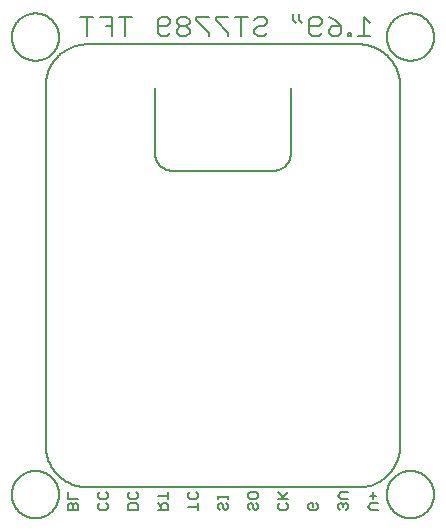
<source format=gbr>
G04 EAGLE Gerber RS-274X export*
G75*
%MOMM*%
%FSLAX34Y34*%
%LPD*%
%INSilkscreen Bottom*%
%IPPOS*%
%AMOC8*
5,1,8,0,0,1.08239X$1,22.5*%
G01*
%ADD10C,0.152400*%
%ADD11C,0.203200*%


D10*
X290075Y31242D02*
X284313Y31242D01*
X281432Y34123D01*
X284313Y37004D01*
X290075Y37004D01*
X285754Y40597D02*
X285754Y46359D01*
X288635Y43478D02*
X282873Y43478D01*
X264675Y32683D02*
X263235Y31242D01*
X264675Y32683D02*
X264675Y35564D01*
X263235Y37004D01*
X261794Y37004D01*
X260354Y35564D01*
X260354Y34123D01*
X260354Y35564D02*
X258913Y37004D01*
X257473Y37004D01*
X256032Y35564D01*
X256032Y32683D01*
X257473Y31242D01*
X258913Y40597D02*
X264675Y40597D01*
X258913Y40597D02*
X256032Y43478D01*
X258913Y46359D01*
X264675Y46359D01*
X239275Y35564D02*
X237835Y37004D01*
X239275Y35564D02*
X239275Y32683D01*
X237835Y31242D01*
X232073Y31242D01*
X230632Y32683D01*
X230632Y35564D01*
X232073Y37004D01*
X234954Y37004D01*
X234954Y34123D01*
X213875Y35564D02*
X212435Y37004D01*
X213875Y35564D02*
X213875Y32683D01*
X212435Y31242D01*
X206673Y31242D01*
X205232Y32683D01*
X205232Y35564D01*
X206673Y37004D01*
X205232Y40597D02*
X213875Y40597D01*
X208113Y40597D02*
X213875Y46359D01*
X209554Y42038D02*
X205232Y46359D01*
X188475Y35564D02*
X187035Y37004D01*
X188475Y35564D02*
X188475Y32683D01*
X187035Y31242D01*
X185594Y31242D01*
X184154Y32683D01*
X184154Y35564D01*
X182713Y37004D01*
X181273Y37004D01*
X179832Y35564D01*
X179832Y32683D01*
X181273Y31242D01*
X188475Y42038D02*
X188475Y44919D01*
X188475Y42038D02*
X187035Y40597D01*
X181273Y40597D01*
X179832Y42038D01*
X179832Y44919D01*
X181273Y46359D01*
X187035Y46359D01*
X188475Y44919D01*
X163075Y35564D02*
X161635Y37004D01*
X163075Y35564D02*
X163075Y32683D01*
X161635Y31242D01*
X160194Y31242D01*
X158754Y32683D01*
X158754Y35564D01*
X157313Y37004D01*
X155873Y37004D01*
X154432Y35564D01*
X154432Y32683D01*
X155873Y31242D01*
X154432Y40597D02*
X154432Y43478D01*
X154432Y42038D02*
X163075Y42038D01*
X163075Y43478D02*
X163075Y40597D01*
X137675Y34123D02*
X129032Y34123D01*
X137675Y31242D02*
X137675Y37004D01*
X137675Y44919D02*
X136235Y46359D01*
X137675Y44919D02*
X137675Y42038D01*
X136235Y40597D01*
X130473Y40597D01*
X129032Y42038D01*
X129032Y44919D01*
X130473Y46359D01*
X112275Y31242D02*
X103632Y31242D01*
X112275Y31242D02*
X112275Y35564D01*
X110835Y37004D01*
X107954Y37004D01*
X106513Y35564D01*
X106513Y31242D01*
X106513Y34123D02*
X103632Y37004D01*
X103632Y43478D02*
X112275Y43478D01*
X112275Y40597D02*
X112275Y46359D01*
X86875Y31242D02*
X78232Y31242D01*
X78232Y35564D01*
X79673Y37004D01*
X85435Y37004D01*
X86875Y35564D01*
X86875Y31242D01*
X86875Y44919D02*
X85435Y46359D01*
X86875Y44919D02*
X86875Y42038D01*
X85435Y40597D01*
X79673Y40597D01*
X78232Y42038D01*
X78232Y44919D01*
X79673Y46359D01*
X61475Y35564D02*
X60035Y37004D01*
X61475Y35564D02*
X61475Y32683D01*
X60035Y31242D01*
X54273Y31242D01*
X52832Y32683D01*
X52832Y35564D01*
X54273Y37004D01*
X61475Y44919D02*
X60035Y46359D01*
X61475Y44919D02*
X61475Y42038D01*
X60035Y40597D01*
X54273Y40597D01*
X52832Y42038D01*
X52832Y44919D01*
X54273Y46359D01*
X36075Y31242D02*
X27432Y31242D01*
X36075Y31242D02*
X36075Y35564D01*
X34635Y37004D01*
X33194Y37004D01*
X31754Y35564D01*
X30313Y37004D01*
X28873Y37004D01*
X27432Y35564D01*
X27432Y31242D01*
X31754Y31242D02*
X31754Y35564D01*
X36075Y40597D02*
X27432Y40597D01*
X27432Y46359D01*
D11*
X283250Y443324D02*
X277996Y448577D01*
X277996Y432816D01*
X283250Y432816D02*
X272742Y432816D01*
X266878Y432816D02*
X266878Y435443D01*
X264251Y435443D01*
X264251Y432816D01*
X266878Y432816D01*
X253438Y445951D02*
X248185Y448577D01*
X253438Y445951D02*
X258692Y440697D01*
X258692Y435443D01*
X256065Y432816D01*
X250811Y432816D01*
X248185Y435443D01*
X248185Y438070D01*
X250811Y440697D01*
X258692Y440697D01*
X242321Y435443D02*
X239694Y432816D01*
X234440Y432816D01*
X231813Y435443D01*
X231813Y445951D01*
X234440Y448577D01*
X239694Y448577D01*
X242321Y445951D01*
X242321Y443324D01*
X239694Y440697D01*
X231813Y440697D01*
X223322Y445951D02*
X223322Y451204D01*
X223322Y445951D02*
X225949Y443324D01*
X218068Y445951D02*
X218068Y451204D01*
X218068Y445951D02*
X220695Y443324D01*
X188054Y448577D02*
X185427Y445951D01*
X188054Y448577D02*
X193308Y448577D01*
X195935Y445951D01*
X195935Y443324D01*
X193308Y440697D01*
X188054Y440697D01*
X185427Y438070D01*
X185427Y435443D01*
X188054Y432816D01*
X193308Y432816D01*
X195935Y435443D01*
X174309Y432816D02*
X174309Y448577D01*
X179563Y448577D02*
X169055Y448577D01*
X163191Y448577D02*
X152684Y448577D01*
X152684Y445951D01*
X163191Y435443D01*
X163191Y432816D01*
X146820Y448577D02*
X136312Y448577D01*
X136312Y445951D01*
X146820Y435443D01*
X146820Y432816D01*
X130448Y445951D02*
X127821Y448577D01*
X122568Y448577D01*
X119941Y445951D01*
X119941Y443324D01*
X122568Y440697D01*
X119941Y438070D01*
X119941Y435443D01*
X122568Y432816D01*
X127821Y432816D01*
X130448Y435443D01*
X130448Y438070D01*
X127821Y440697D01*
X130448Y443324D01*
X130448Y445951D01*
X127821Y440697D02*
X122568Y440697D01*
X114077Y435443D02*
X111450Y432816D01*
X106196Y432816D01*
X103569Y435443D01*
X103569Y445951D01*
X106196Y448577D01*
X111450Y448577D01*
X114077Y445951D01*
X114077Y443324D01*
X111450Y440697D01*
X103569Y440697D01*
X76080Y432816D02*
X76080Y448577D01*
X81334Y448577D02*
X70826Y448577D01*
X64962Y448577D02*
X64962Y432816D01*
X64962Y448577D02*
X54454Y448577D01*
X59708Y440697D02*
X64962Y440697D01*
X43337Y448577D02*
X43337Y432816D01*
X48590Y448577D02*
X38083Y448577D01*
X297500Y431800D02*
X297506Y432291D01*
X297524Y432781D01*
X297554Y433271D01*
X297596Y433760D01*
X297650Y434248D01*
X297716Y434735D01*
X297794Y435219D01*
X297884Y435702D01*
X297986Y436182D01*
X298099Y436660D01*
X298224Y437134D01*
X298361Y437606D01*
X298509Y438074D01*
X298669Y438538D01*
X298840Y438998D01*
X299022Y439454D01*
X299216Y439905D01*
X299420Y440351D01*
X299636Y440792D01*
X299862Y441228D01*
X300098Y441658D01*
X300345Y442082D01*
X300603Y442500D01*
X300871Y442911D01*
X301148Y443316D01*
X301436Y443714D01*
X301733Y444105D01*
X302040Y444488D01*
X302356Y444863D01*
X302681Y445231D01*
X303015Y445591D01*
X303358Y445942D01*
X303709Y446285D01*
X304069Y446619D01*
X304437Y446944D01*
X304812Y447260D01*
X305195Y447567D01*
X305586Y447864D01*
X305984Y448152D01*
X306389Y448429D01*
X306800Y448697D01*
X307218Y448955D01*
X307642Y449202D01*
X308072Y449438D01*
X308508Y449664D01*
X308949Y449880D01*
X309395Y450084D01*
X309846Y450278D01*
X310302Y450460D01*
X310762Y450631D01*
X311226Y450791D01*
X311694Y450939D01*
X312166Y451076D01*
X312640Y451201D01*
X313118Y451314D01*
X313598Y451416D01*
X314081Y451506D01*
X314565Y451584D01*
X315052Y451650D01*
X315540Y451704D01*
X316029Y451746D01*
X316519Y451776D01*
X317009Y451794D01*
X317500Y451800D01*
X317991Y451794D01*
X318481Y451776D01*
X318971Y451746D01*
X319460Y451704D01*
X319948Y451650D01*
X320435Y451584D01*
X320919Y451506D01*
X321402Y451416D01*
X321882Y451314D01*
X322360Y451201D01*
X322834Y451076D01*
X323306Y450939D01*
X323774Y450791D01*
X324238Y450631D01*
X324698Y450460D01*
X325154Y450278D01*
X325605Y450084D01*
X326051Y449880D01*
X326492Y449664D01*
X326928Y449438D01*
X327358Y449202D01*
X327782Y448955D01*
X328200Y448697D01*
X328611Y448429D01*
X329016Y448152D01*
X329414Y447864D01*
X329805Y447567D01*
X330188Y447260D01*
X330563Y446944D01*
X330931Y446619D01*
X331291Y446285D01*
X331642Y445942D01*
X331985Y445591D01*
X332319Y445231D01*
X332644Y444863D01*
X332960Y444488D01*
X333267Y444105D01*
X333564Y443714D01*
X333852Y443316D01*
X334129Y442911D01*
X334397Y442500D01*
X334655Y442082D01*
X334902Y441658D01*
X335138Y441228D01*
X335364Y440792D01*
X335580Y440351D01*
X335784Y439905D01*
X335978Y439454D01*
X336160Y438998D01*
X336331Y438538D01*
X336491Y438074D01*
X336639Y437606D01*
X336776Y437134D01*
X336901Y436660D01*
X337014Y436182D01*
X337116Y435702D01*
X337206Y435219D01*
X337284Y434735D01*
X337350Y434248D01*
X337404Y433760D01*
X337446Y433271D01*
X337476Y432781D01*
X337494Y432291D01*
X337500Y431800D01*
X337494Y431309D01*
X337476Y430819D01*
X337446Y430329D01*
X337404Y429840D01*
X337350Y429352D01*
X337284Y428865D01*
X337206Y428381D01*
X337116Y427898D01*
X337014Y427418D01*
X336901Y426940D01*
X336776Y426466D01*
X336639Y425994D01*
X336491Y425526D01*
X336331Y425062D01*
X336160Y424602D01*
X335978Y424146D01*
X335784Y423695D01*
X335580Y423249D01*
X335364Y422808D01*
X335138Y422372D01*
X334902Y421942D01*
X334655Y421518D01*
X334397Y421100D01*
X334129Y420689D01*
X333852Y420284D01*
X333564Y419886D01*
X333267Y419495D01*
X332960Y419112D01*
X332644Y418737D01*
X332319Y418369D01*
X331985Y418009D01*
X331642Y417658D01*
X331291Y417315D01*
X330931Y416981D01*
X330563Y416656D01*
X330188Y416340D01*
X329805Y416033D01*
X329414Y415736D01*
X329016Y415448D01*
X328611Y415171D01*
X328200Y414903D01*
X327782Y414645D01*
X327358Y414398D01*
X326928Y414162D01*
X326492Y413936D01*
X326051Y413720D01*
X325605Y413516D01*
X325154Y413322D01*
X324698Y413140D01*
X324238Y412969D01*
X323774Y412809D01*
X323306Y412661D01*
X322834Y412524D01*
X322360Y412399D01*
X321882Y412286D01*
X321402Y412184D01*
X320919Y412094D01*
X320435Y412016D01*
X319948Y411950D01*
X319460Y411896D01*
X318971Y411854D01*
X318481Y411824D01*
X317991Y411806D01*
X317500Y411800D01*
X317009Y411806D01*
X316519Y411824D01*
X316029Y411854D01*
X315540Y411896D01*
X315052Y411950D01*
X314565Y412016D01*
X314081Y412094D01*
X313598Y412184D01*
X313118Y412286D01*
X312640Y412399D01*
X312166Y412524D01*
X311694Y412661D01*
X311226Y412809D01*
X310762Y412969D01*
X310302Y413140D01*
X309846Y413322D01*
X309395Y413516D01*
X308949Y413720D01*
X308508Y413936D01*
X308072Y414162D01*
X307642Y414398D01*
X307218Y414645D01*
X306800Y414903D01*
X306389Y415171D01*
X305984Y415448D01*
X305586Y415736D01*
X305195Y416033D01*
X304812Y416340D01*
X304437Y416656D01*
X304069Y416981D01*
X303709Y417315D01*
X303358Y417658D01*
X303015Y418009D01*
X302681Y418369D01*
X302356Y418737D01*
X302040Y419112D01*
X301733Y419495D01*
X301436Y419886D01*
X301148Y420284D01*
X300871Y420689D01*
X300603Y421100D01*
X300345Y421518D01*
X300098Y421942D01*
X299862Y422372D01*
X299636Y422808D01*
X299420Y423249D01*
X299216Y423695D01*
X299022Y424146D01*
X298840Y424602D01*
X298669Y425062D01*
X298509Y425526D01*
X298361Y425994D01*
X298224Y426466D01*
X298099Y426940D01*
X297986Y427418D01*
X297884Y427898D01*
X297794Y428381D01*
X297716Y428865D01*
X297650Y429352D01*
X297596Y429840D01*
X297554Y430329D01*
X297524Y430819D01*
X297506Y431309D01*
X297500Y431800D01*
X-20000Y431800D02*
X-19994Y432291D01*
X-19976Y432781D01*
X-19946Y433271D01*
X-19904Y433760D01*
X-19850Y434248D01*
X-19784Y434735D01*
X-19706Y435219D01*
X-19616Y435702D01*
X-19514Y436182D01*
X-19401Y436660D01*
X-19276Y437134D01*
X-19139Y437606D01*
X-18991Y438074D01*
X-18831Y438538D01*
X-18660Y438998D01*
X-18478Y439454D01*
X-18284Y439905D01*
X-18080Y440351D01*
X-17864Y440792D01*
X-17638Y441228D01*
X-17402Y441658D01*
X-17155Y442082D01*
X-16897Y442500D01*
X-16629Y442911D01*
X-16352Y443316D01*
X-16064Y443714D01*
X-15767Y444105D01*
X-15460Y444488D01*
X-15144Y444863D01*
X-14819Y445231D01*
X-14485Y445591D01*
X-14142Y445942D01*
X-13791Y446285D01*
X-13431Y446619D01*
X-13063Y446944D01*
X-12688Y447260D01*
X-12305Y447567D01*
X-11914Y447864D01*
X-11516Y448152D01*
X-11111Y448429D01*
X-10700Y448697D01*
X-10282Y448955D01*
X-9858Y449202D01*
X-9428Y449438D01*
X-8992Y449664D01*
X-8551Y449880D01*
X-8105Y450084D01*
X-7654Y450278D01*
X-7198Y450460D01*
X-6738Y450631D01*
X-6274Y450791D01*
X-5806Y450939D01*
X-5334Y451076D01*
X-4860Y451201D01*
X-4382Y451314D01*
X-3902Y451416D01*
X-3419Y451506D01*
X-2935Y451584D01*
X-2448Y451650D01*
X-1960Y451704D01*
X-1471Y451746D01*
X-981Y451776D01*
X-491Y451794D01*
X0Y451800D01*
X491Y451794D01*
X981Y451776D01*
X1471Y451746D01*
X1960Y451704D01*
X2448Y451650D01*
X2935Y451584D01*
X3419Y451506D01*
X3902Y451416D01*
X4382Y451314D01*
X4860Y451201D01*
X5334Y451076D01*
X5806Y450939D01*
X6274Y450791D01*
X6738Y450631D01*
X7198Y450460D01*
X7654Y450278D01*
X8105Y450084D01*
X8551Y449880D01*
X8992Y449664D01*
X9428Y449438D01*
X9858Y449202D01*
X10282Y448955D01*
X10700Y448697D01*
X11111Y448429D01*
X11516Y448152D01*
X11914Y447864D01*
X12305Y447567D01*
X12688Y447260D01*
X13063Y446944D01*
X13431Y446619D01*
X13791Y446285D01*
X14142Y445942D01*
X14485Y445591D01*
X14819Y445231D01*
X15144Y444863D01*
X15460Y444488D01*
X15767Y444105D01*
X16064Y443714D01*
X16352Y443316D01*
X16629Y442911D01*
X16897Y442500D01*
X17155Y442082D01*
X17402Y441658D01*
X17638Y441228D01*
X17864Y440792D01*
X18080Y440351D01*
X18284Y439905D01*
X18478Y439454D01*
X18660Y438998D01*
X18831Y438538D01*
X18991Y438074D01*
X19139Y437606D01*
X19276Y437134D01*
X19401Y436660D01*
X19514Y436182D01*
X19616Y435702D01*
X19706Y435219D01*
X19784Y434735D01*
X19850Y434248D01*
X19904Y433760D01*
X19946Y433271D01*
X19976Y432781D01*
X19994Y432291D01*
X20000Y431800D01*
X19994Y431309D01*
X19976Y430819D01*
X19946Y430329D01*
X19904Y429840D01*
X19850Y429352D01*
X19784Y428865D01*
X19706Y428381D01*
X19616Y427898D01*
X19514Y427418D01*
X19401Y426940D01*
X19276Y426466D01*
X19139Y425994D01*
X18991Y425526D01*
X18831Y425062D01*
X18660Y424602D01*
X18478Y424146D01*
X18284Y423695D01*
X18080Y423249D01*
X17864Y422808D01*
X17638Y422372D01*
X17402Y421942D01*
X17155Y421518D01*
X16897Y421100D01*
X16629Y420689D01*
X16352Y420284D01*
X16064Y419886D01*
X15767Y419495D01*
X15460Y419112D01*
X15144Y418737D01*
X14819Y418369D01*
X14485Y418009D01*
X14142Y417658D01*
X13791Y417315D01*
X13431Y416981D01*
X13063Y416656D01*
X12688Y416340D01*
X12305Y416033D01*
X11914Y415736D01*
X11516Y415448D01*
X11111Y415171D01*
X10700Y414903D01*
X10282Y414645D01*
X9858Y414398D01*
X9428Y414162D01*
X8992Y413936D01*
X8551Y413720D01*
X8105Y413516D01*
X7654Y413322D01*
X7198Y413140D01*
X6738Y412969D01*
X6274Y412809D01*
X5806Y412661D01*
X5334Y412524D01*
X4860Y412399D01*
X4382Y412286D01*
X3902Y412184D01*
X3419Y412094D01*
X2935Y412016D01*
X2448Y411950D01*
X1960Y411896D01*
X1471Y411854D01*
X981Y411824D01*
X491Y411806D01*
X0Y411800D01*
X-491Y411806D01*
X-981Y411824D01*
X-1471Y411854D01*
X-1960Y411896D01*
X-2448Y411950D01*
X-2935Y412016D01*
X-3419Y412094D01*
X-3902Y412184D01*
X-4382Y412286D01*
X-4860Y412399D01*
X-5334Y412524D01*
X-5806Y412661D01*
X-6274Y412809D01*
X-6738Y412969D01*
X-7198Y413140D01*
X-7654Y413322D01*
X-8105Y413516D01*
X-8551Y413720D01*
X-8992Y413936D01*
X-9428Y414162D01*
X-9858Y414398D01*
X-10282Y414645D01*
X-10700Y414903D01*
X-11111Y415171D01*
X-11516Y415448D01*
X-11914Y415736D01*
X-12305Y416033D01*
X-12688Y416340D01*
X-13063Y416656D01*
X-13431Y416981D01*
X-13791Y417315D01*
X-14142Y417658D01*
X-14485Y418009D01*
X-14819Y418369D01*
X-15144Y418737D01*
X-15460Y419112D01*
X-15767Y419495D01*
X-16064Y419886D01*
X-16352Y420284D01*
X-16629Y420689D01*
X-16897Y421100D01*
X-17155Y421518D01*
X-17402Y421942D01*
X-17638Y422372D01*
X-17864Y422808D01*
X-18080Y423249D01*
X-18284Y423695D01*
X-18478Y424146D01*
X-18660Y424602D01*
X-18831Y425062D01*
X-18991Y425526D01*
X-19139Y425994D01*
X-19276Y426466D01*
X-19401Y426940D01*
X-19514Y427418D01*
X-19616Y427898D01*
X-19706Y428381D01*
X-19784Y428865D01*
X-19850Y429352D01*
X-19904Y429840D01*
X-19946Y430329D01*
X-19976Y430819D01*
X-19994Y431309D01*
X-20000Y431800D01*
X297500Y44450D02*
X297506Y44941D01*
X297524Y45431D01*
X297554Y45921D01*
X297596Y46410D01*
X297650Y46898D01*
X297716Y47385D01*
X297794Y47869D01*
X297884Y48352D01*
X297986Y48832D01*
X298099Y49310D01*
X298224Y49784D01*
X298361Y50256D01*
X298509Y50724D01*
X298669Y51188D01*
X298840Y51648D01*
X299022Y52104D01*
X299216Y52555D01*
X299420Y53001D01*
X299636Y53442D01*
X299862Y53878D01*
X300098Y54308D01*
X300345Y54732D01*
X300603Y55150D01*
X300871Y55561D01*
X301148Y55966D01*
X301436Y56364D01*
X301733Y56755D01*
X302040Y57138D01*
X302356Y57513D01*
X302681Y57881D01*
X303015Y58241D01*
X303358Y58592D01*
X303709Y58935D01*
X304069Y59269D01*
X304437Y59594D01*
X304812Y59910D01*
X305195Y60217D01*
X305586Y60514D01*
X305984Y60802D01*
X306389Y61079D01*
X306800Y61347D01*
X307218Y61605D01*
X307642Y61852D01*
X308072Y62088D01*
X308508Y62314D01*
X308949Y62530D01*
X309395Y62734D01*
X309846Y62928D01*
X310302Y63110D01*
X310762Y63281D01*
X311226Y63441D01*
X311694Y63589D01*
X312166Y63726D01*
X312640Y63851D01*
X313118Y63964D01*
X313598Y64066D01*
X314081Y64156D01*
X314565Y64234D01*
X315052Y64300D01*
X315540Y64354D01*
X316029Y64396D01*
X316519Y64426D01*
X317009Y64444D01*
X317500Y64450D01*
X317991Y64444D01*
X318481Y64426D01*
X318971Y64396D01*
X319460Y64354D01*
X319948Y64300D01*
X320435Y64234D01*
X320919Y64156D01*
X321402Y64066D01*
X321882Y63964D01*
X322360Y63851D01*
X322834Y63726D01*
X323306Y63589D01*
X323774Y63441D01*
X324238Y63281D01*
X324698Y63110D01*
X325154Y62928D01*
X325605Y62734D01*
X326051Y62530D01*
X326492Y62314D01*
X326928Y62088D01*
X327358Y61852D01*
X327782Y61605D01*
X328200Y61347D01*
X328611Y61079D01*
X329016Y60802D01*
X329414Y60514D01*
X329805Y60217D01*
X330188Y59910D01*
X330563Y59594D01*
X330931Y59269D01*
X331291Y58935D01*
X331642Y58592D01*
X331985Y58241D01*
X332319Y57881D01*
X332644Y57513D01*
X332960Y57138D01*
X333267Y56755D01*
X333564Y56364D01*
X333852Y55966D01*
X334129Y55561D01*
X334397Y55150D01*
X334655Y54732D01*
X334902Y54308D01*
X335138Y53878D01*
X335364Y53442D01*
X335580Y53001D01*
X335784Y52555D01*
X335978Y52104D01*
X336160Y51648D01*
X336331Y51188D01*
X336491Y50724D01*
X336639Y50256D01*
X336776Y49784D01*
X336901Y49310D01*
X337014Y48832D01*
X337116Y48352D01*
X337206Y47869D01*
X337284Y47385D01*
X337350Y46898D01*
X337404Y46410D01*
X337446Y45921D01*
X337476Y45431D01*
X337494Y44941D01*
X337500Y44450D01*
X337494Y43959D01*
X337476Y43469D01*
X337446Y42979D01*
X337404Y42490D01*
X337350Y42002D01*
X337284Y41515D01*
X337206Y41031D01*
X337116Y40548D01*
X337014Y40068D01*
X336901Y39590D01*
X336776Y39116D01*
X336639Y38644D01*
X336491Y38176D01*
X336331Y37712D01*
X336160Y37252D01*
X335978Y36796D01*
X335784Y36345D01*
X335580Y35899D01*
X335364Y35458D01*
X335138Y35022D01*
X334902Y34592D01*
X334655Y34168D01*
X334397Y33750D01*
X334129Y33339D01*
X333852Y32934D01*
X333564Y32536D01*
X333267Y32145D01*
X332960Y31762D01*
X332644Y31387D01*
X332319Y31019D01*
X331985Y30659D01*
X331642Y30308D01*
X331291Y29965D01*
X330931Y29631D01*
X330563Y29306D01*
X330188Y28990D01*
X329805Y28683D01*
X329414Y28386D01*
X329016Y28098D01*
X328611Y27821D01*
X328200Y27553D01*
X327782Y27295D01*
X327358Y27048D01*
X326928Y26812D01*
X326492Y26586D01*
X326051Y26370D01*
X325605Y26166D01*
X325154Y25972D01*
X324698Y25790D01*
X324238Y25619D01*
X323774Y25459D01*
X323306Y25311D01*
X322834Y25174D01*
X322360Y25049D01*
X321882Y24936D01*
X321402Y24834D01*
X320919Y24744D01*
X320435Y24666D01*
X319948Y24600D01*
X319460Y24546D01*
X318971Y24504D01*
X318481Y24474D01*
X317991Y24456D01*
X317500Y24450D01*
X317009Y24456D01*
X316519Y24474D01*
X316029Y24504D01*
X315540Y24546D01*
X315052Y24600D01*
X314565Y24666D01*
X314081Y24744D01*
X313598Y24834D01*
X313118Y24936D01*
X312640Y25049D01*
X312166Y25174D01*
X311694Y25311D01*
X311226Y25459D01*
X310762Y25619D01*
X310302Y25790D01*
X309846Y25972D01*
X309395Y26166D01*
X308949Y26370D01*
X308508Y26586D01*
X308072Y26812D01*
X307642Y27048D01*
X307218Y27295D01*
X306800Y27553D01*
X306389Y27821D01*
X305984Y28098D01*
X305586Y28386D01*
X305195Y28683D01*
X304812Y28990D01*
X304437Y29306D01*
X304069Y29631D01*
X303709Y29965D01*
X303358Y30308D01*
X303015Y30659D01*
X302681Y31019D01*
X302356Y31387D01*
X302040Y31762D01*
X301733Y32145D01*
X301436Y32536D01*
X301148Y32934D01*
X300871Y33339D01*
X300603Y33750D01*
X300345Y34168D01*
X300098Y34592D01*
X299862Y35022D01*
X299636Y35458D01*
X299420Y35899D01*
X299216Y36345D01*
X299022Y36796D01*
X298840Y37252D01*
X298669Y37712D01*
X298509Y38176D01*
X298361Y38644D01*
X298224Y39116D01*
X298099Y39590D01*
X297986Y40068D01*
X297884Y40548D01*
X297794Y41031D01*
X297716Y41515D01*
X297650Y42002D01*
X297596Y42490D01*
X297554Y42979D01*
X297524Y43469D01*
X297506Y43959D01*
X297500Y44450D01*
X-20000Y44450D02*
X-19994Y44941D01*
X-19976Y45431D01*
X-19946Y45921D01*
X-19904Y46410D01*
X-19850Y46898D01*
X-19784Y47385D01*
X-19706Y47869D01*
X-19616Y48352D01*
X-19514Y48832D01*
X-19401Y49310D01*
X-19276Y49784D01*
X-19139Y50256D01*
X-18991Y50724D01*
X-18831Y51188D01*
X-18660Y51648D01*
X-18478Y52104D01*
X-18284Y52555D01*
X-18080Y53001D01*
X-17864Y53442D01*
X-17638Y53878D01*
X-17402Y54308D01*
X-17155Y54732D01*
X-16897Y55150D01*
X-16629Y55561D01*
X-16352Y55966D01*
X-16064Y56364D01*
X-15767Y56755D01*
X-15460Y57138D01*
X-15144Y57513D01*
X-14819Y57881D01*
X-14485Y58241D01*
X-14142Y58592D01*
X-13791Y58935D01*
X-13431Y59269D01*
X-13063Y59594D01*
X-12688Y59910D01*
X-12305Y60217D01*
X-11914Y60514D01*
X-11516Y60802D01*
X-11111Y61079D01*
X-10700Y61347D01*
X-10282Y61605D01*
X-9858Y61852D01*
X-9428Y62088D01*
X-8992Y62314D01*
X-8551Y62530D01*
X-8105Y62734D01*
X-7654Y62928D01*
X-7198Y63110D01*
X-6738Y63281D01*
X-6274Y63441D01*
X-5806Y63589D01*
X-5334Y63726D01*
X-4860Y63851D01*
X-4382Y63964D01*
X-3902Y64066D01*
X-3419Y64156D01*
X-2935Y64234D01*
X-2448Y64300D01*
X-1960Y64354D01*
X-1471Y64396D01*
X-981Y64426D01*
X-491Y64444D01*
X0Y64450D01*
X491Y64444D01*
X981Y64426D01*
X1471Y64396D01*
X1960Y64354D01*
X2448Y64300D01*
X2935Y64234D01*
X3419Y64156D01*
X3902Y64066D01*
X4382Y63964D01*
X4860Y63851D01*
X5334Y63726D01*
X5806Y63589D01*
X6274Y63441D01*
X6738Y63281D01*
X7198Y63110D01*
X7654Y62928D01*
X8105Y62734D01*
X8551Y62530D01*
X8992Y62314D01*
X9428Y62088D01*
X9858Y61852D01*
X10282Y61605D01*
X10700Y61347D01*
X11111Y61079D01*
X11516Y60802D01*
X11914Y60514D01*
X12305Y60217D01*
X12688Y59910D01*
X13063Y59594D01*
X13431Y59269D01*
X13791Y58935D01*
X14142Y58592D01*
X14485Y58241D01*
X14819Y57881D01*
X15144Y57513D01*
X15460Y57138D01*
X15767Y56755D01*
X16064Y56364D01*
X16352Y55966D01*
X16629Y55561D01*
X16897Y55150D01*
X17155Y54732D01*
X17402Y54308D01*
X17638Y53878D01*
X17864Y53442D01*
X18080Y53001D01*
X18284Y52555D01*
X18478Y52104D01*
X18660Y51648D01*
X18831Y51188D01*
X18991Y50724D01*
X19139Y50256D01*
X19276Y49784D01*
X19401Y49310D01*
X19514Y48832D01*
X19616Y48352D01*
X19706Y47869D01*
X19784Y47385D01*
X19850Y46898D01*
X19904Y46410D01*
X19946Y45921D01*
X19976Y45431D01*
X19994Y44941D01*
X20000Y44450D01*
X19994Y43959D01*
X19976Y43469D01*
X19946Y42979D01*
X19904Y42490D01*
X19850Y42002D01*
X19784Y41515D01*
X19706Y41031D01*
X19616Y40548D01*
X19514Y40068D01*
X19401Y39590D01*
X19276Y39116D01*
X19139Y38644D01*
X18991Y38176D01*
X18831Y37712D01*
X18660Y37252D01*
X18478Y36796D01*
X18284Y36345D01*
X18080Y35899D01*
X17864Y35458D01*
X17638Y35022D01*
X17402Y34592D01*
X17155Y34168D01*
X16897Y33750D01*
X16629Y33339D01*
X16352Y32934D01*
X16064Y32536D01*
X15767Y32145D01*
X15460Y31762D01*
X15144Y31387D01*
X14819Y31019D01*
X14485Y30659D01*
X14142Y30308D01*
X13791Y29965D01*
X13431Y29631D01*
X13063Y29306D01*
X12688Y28990D01*
X12305Y28683D01*
X11914Y28386D01*
X11516Y28098D01*
X11111Y27821D01*
X10700Y27553D01*
X10282Y27295D01*
X9858Y27048D01*
X9428Y26812D01*
X8992Y26586D01*
X8551Y26370D01*
X8105Y26166D01*
X7654Y25972D01*
X7198Y25790D01*
X6738Y25619D01*
X6274Y25459D01*
X5806Y25311D01*
X5334Y25174D01*
X4860Y25049D01*
X4382Y24936D01*
X3902Y24834D01*
X3419Y24744D01*
X2935Y24666D01*
X2448Y24600D01*
X1960Y24546D01*
X1471Y24504D01*
X981Y24474D01*
X491Y24456D01*
X0Y24450D01*
X-491Y24456D01*
X-981Y24474D01*
X-1471Y24504D01*
X-1960Y24546D01*
X-2448Y24600D01*
X-2935Y24666D01*
X-3419Y24744D01*
X-3902Y24834D01*
X-4382Y24936D01*
X-4860Y25049D01*
X-5334Y25174D01*
X-5806Y25311D01*
X-6274Y25459D01*
X-6738Y25619D01*
X-7198Y25790D01*
X-7654Y25972D01*
X-8105Y26166D01*
X-8551Y26370D01*
X-8992Y26586D01*
X-9428Y26812D01*
X-9858Y27048D01*
X-10282Y27295D01*
X-10700Y27553D01*
X-11111Y27821D01*
X-11516Y28098D01*
X-11914Y28386D01*
X-12305Y28683D01*
X-12688Y28990D01*
X-13063Y29306D01*
X-13431Y29631D01*
X-13791Y29965D01*
X-14142Y30308D01*
X-14485Y30659D01*
X-14819Y31019D01*
X-15144Y31387D01*
X-15460Y31762D01*
X-15767Y32145D01*
X-16064Y32536D01*
X-16352Y32934D01*
X-16629Y33339D01*
X-16897Y33750D01*
X-17155Y34168D01*
X-17402Y34592D01*
X-17638Y35022D01*
X-17864Y35458D01*
X-18080Y35899D01*
X-18284Y36345D01*
X-18478Y36796D01*
X-18660Y37252D01*
X-18831Y37712D01*
X-18991Y38176D01*
X-19139Y38644D01*
X-19276Y39116D01*
X-19401Y39590D01*
X-19514Y40068D01*
X-19616Y40548D01*
X-19706Y41031D01*
X-19784Y41515D01*
X-19850Y42002D01*
X-19904Y42490D01*
X-19946Y42979D01*
X-19976Y43469D01*
X-19994Y43959D01*
X-20000Y44450D01*
X43750Y425600D02*
X273750Y425600D01*
X43750Y425600D02*
X42904Y425590D01*
X42059Y425559D01*
X41215Y425508D01*
X40372Y425437D01*
X39531Y425345D01*
X38693Y425233D01*
X37858Y425100D01*
X37026Y424948D01*
X36198Y424775D01*
X35374Y424583D01*
X34555Y424371D01*
X33742Y424139D01*
X32934Y423887D01*
X32133Y423616D01*
X31339Y423326D01*
X30552Y423016D01*
X29772Y422688D01*
X29001Y422341D01*
X28238Y421975D01*
X27485Y421591D01*
X26741Y421189D01*
X26006Y420769D01*
X25283Y420331D01*
X24570Y419876D01*
X23868Y419404D01*
X23178Y418916D01*
X22499Y418410D01*
X21834Y417889D01*
X21181Y417351D01*
X20541Y416798D01*
X19914Y416229D01*
X19302Y415646D01*
X18704Y415048D01*
X18121Y414436D01*
X17552Y413809D01*
X16999Y413169D01*
X16461Y412516D01*
X15940Y411851D01*
X15434Y411172D01*
X14946Y410482D01*
X14474Y409780D01*
X14019Y409067D01*
X13581Y408344D01*
X13161Y407609D01*
X12759Y406865D01*
X12375Y406112D01*
X12009Y405349D01*
X11662Y404578D01*
X11334Y403798D01*
X11024Y403011D01*
X10734Y402217D01*
X10463Y401416D01*
X10211Y400608D01*
X9979Y399795D01*
X9767Y398976D01*
X9575Y398152D01*
X9402Y397324D01*
X9250Y396492D01*
X9117Y395657D01*
X9005Y394819D01*
X8913Y393978D01*
X8842Y393135D01*
X8791Y392291D01*
X8760Y391446D01*
X8750Y390600D01*
X8750Y85600D01*
X8760Y84754D01*
X8791Y83909D01*
X8842Y83065D01*
X8913Y82222D01*
X9005Y81381D01*
X9117Y80543D01*
X9250Y79708D01*
X9402Y78876D01*
X9575Y78048D01*
X9767Y77224D01*
X9979Y76405D01*
X10211Y75592D01*
X10463Y74784D01*
X10734Y73983D01*
X11024Y73189D01*
X11334Y72402D01*
X11662Y71622D01*
X12009Y70851D01*
X12375Y70088D01*
X12759Y69335D01*
X13161Y68591D01*
X13581Y67856D01*
X14019Y67133D01*
X14474Y66420D01*
X14946Y65718D01*
X15434Y65028D01*
X15940Y64349D01*
X16461Y63684D01*
X16999Y63031D01*
X17552Y62391D01*
X18121Y61764D01*
X18704Y61152D01*
X19302Y60554D01*
X19914Y59971D01*
X20541Y59402D01*
X21181Y58849D01*
X21834Y58311D01*
X22499Y57790D01*
X23178Y57284D01*
X23868Y56796D01*
X24570Y56324D01*
X25283Y55869D01*
X26006Y55431D01*
X26741Y55011D01*
X27485Y54609D01*
X28238Y54225D01*
X29001Y53859D01*
X29772Y53512D01*
X30552Y53184D01*
X31339Y52874D01*
X32133Y52584D01*
X32934Y52313D01*
X33742Y52061D01*
X34555Y51829D01*
X35374Y51617D01*
X36198Y51425D01*
X37026Y51252D01*
X37858Y51100D01*
X38693Y50967D01*
X39531Y50855D01*
X40372Y50763D01*
X41215Y50692D01*
X42059Y50641D01*
X42904Y50610D01*
X43750Y50600D01*
X273750Y50600D01*
X274596Y50610D01*
X275441Y50641D01*
X276285Y50692D01*
X277128Y50763D01*
X277969Y50855D01*
X278807Y50967D01*
X279642Y51100D01*
X280474Y51252D01*
X281302Y51425D01*
X282126Y51617D01*
X282945Y51829D01*
X283758Y52061D01*
X284566Y52313D01*
X285367Y52584D01*
X286161Y52874D01*
X286948Y53184D01*
X287728Y53512D01*
X288499Y53859D01*
X289262Y54225D01*
X290015Y54609D01*
X290759Y55011D01*
X291494Y55431D01*
X292217Y55869D01*
X292930Y56324D01*
X293632Y56796D01*
X294322Y57284D01*
X295001Y57790D01*
X295666Y58311D01*
X296319Y58849D01*
X296959Y59402D01*
X297586Y59971D01*
X298198Y60554D01*
X298796Y61152D01*
X299379Y61764D01*
X299948Y62391D01*
X300501Y63031D01*
X301039Y63684D01*
X301560Y64349D01*
X302066Y65028D01*
X302554Y65718D01*
X303026Y66420D01*
X303481Y67133D01*
X303919Y67856D01*
X304339Y68591D01*
X304741Y69335D01*
X305125Y70088D01*
X305491Y70851D01*
X305838Y71622D01*
X306166Y72402D01*
X306476Y73189D01*
X306766Y73983D01*
X307037Y74784D01*
X307289Y75592D01*
X307521Y76405D01*
X307733Y77224D01*
X307925Y78048D01*
X308098Y78876D01*
X308250Y79708D01*
X308383Y80543D01*
X308495Y81381D01*
X308587Y82222D01*
X308658Y83065D01*
X308709Y83909D01*
X308740Y84754D01*
X308750Y85600D01*
X308750Y390600D01*
X308740Y391446D01*
X308709Y392291D01*
X308658Y393135D01*
X308587Y393978D01*
X308495Y394819D01*
X308383Y395657D01*
X308250Y396492D01*
X308098Y397324D01*
X307925Y398152D01*
X307733Y398976D01*
X307521Y399795D01*
X307289Y400608D01*
X307037Y401416D01*
X306766Y402217D01*
X306476Y403011D01*
X306166Y403798D01*
X305838Y404578D01*
X305491Y405349D01*
X305125Y406112D01*
X304741Y406865D01*
X304339Y407609D01*
X303919Y408344D01*
X303481Y409067D01*
X303026Y409780D01*
X302554Y410482D01*
X302066Y411172D01*
X301560Y411851D01*
X301039Y412516D01*
X300501Y413169D01*
X299948Y413809D01*
X299379Y414436D01*
X298796Y415048D01*
X298198Y415646D01*
X297586Y416229D01*
X296959Y416798D01*
X296319Y417351D01*
X295666Y417889D01*
X295001Y418410D01*
X294322Y418916D01*
X293632Y419404D01*
X292930Y419876D01*
X292217Y420331D01*
X291494Y420769D01*
X290759Y421189D01*
X290015Y421591D01*
X289262Y421975D01*
X288499Y422341D01*
X287728Y422688D01*
X286948Y423016D01*
X286161Y423326D01*
X285367Y423616D01*
X284566Y423887D01*
X283758Y424139D01*
X282945Y424371D01*
X282126Y424583D01*
X281302Y424775D01*
X280474Y424948D01*
X279642Y425100D01*
X278807Y425233D01*
X277969Y425345D01*
X277128Y425437D01*
X276285Y425508D01*
X275441Y425559D01*
X274596Y425590D01*
X273750Y425600D01*
D10*
X216250Y388600D02*
X216250Y333600D01*
X216246Y333238D01*
X216232Y332875D01*
X216211Y332513D01*
X216180Y332152D01*
X216141Y331792D01*
X216093Y331433D01*
X216036Y331075D01*
X215971Y330718D01*
X215897Y330363D01*
X215814Y330010D01*
X215723Y329659D01*
X215624Y329311D01*
X215516Y328965D01*
X215400Y328621D01*
X215275Y328281D01*
X215143Y327944D01*
X215002Y327610D01*
X214853Y327279D01*
X214696Y326952D01*
X214532Y326629D01*
X214360Y326310D01*
X214180Y325996D01*
X213992Y325685D01*
X213797Y325380D01*
X213595Y325079D01*
X213385Y324783D01*
X213169Y324493D01*
X212945Y324207D01*
X212715Y323927D01*
X212478Y323653D01*
X212234Y323385D01*
X211984Y323122D01*
X211728Y322866D01*
X211465Y322616D01*
X211197Y322372D01*
X210923Y322135D01*
X210643Y321905D01*
X210357Y321681D01*
X210067Y321465D01*
X209771Y321255D01*
X209470Y321053D01*
X209165Y320858D01*
X208854Y320670D01*
X208540Y320490D01*
X208221Y320318D01*
X207898Y320154D01*
X207571Y319997D01*
X207240Y319848D01*
X206906Y319707D01*
X206569Y319575D01*
X206229Y319450D01*
X205885Y319334D01*
X205539Y319226D01*
X205191Y319127D01*
X204840Y319036D01*
X204487Y318953D01*
X204132Y318879D01*
X203775Y318814D01*
X203417Y318757D01*
X203058Y318709D01*
X202698Y318670D01*
X202337Y318639D01*
X201975Y318618D01*
X201612Y318604D01*
X201250Y318600D01*
X116250Y318600D01*
X115888Y318604D01*
X115525Y318618D01*
X115163Y318639D01*
X114802Y318670D01*
X114442Y318709D01*
X114083Y318757D01*
X113725Y318814D01*
X113368Y318879D01*
X113013Y318953D01*
X112660Y319036D01*
X112309Y319127D01*
X111961Y319226D01*
X111615Y319334D01*
X111271Y319450D01*
X110931Y319575D01*
X110594Y319707D01*
X110260Y319848D01*
X109929Y319997D01*
X109602Y320154D01*
X109279Y320318D01*
X108960Y320490D01*
X108646Y320670D01*
X108335Y320858D01*
X108030Y321053D01*
X107729Y321255D01*
X107433Y321465D01*
X107143Y321681D01*
X106857Y321905D01*
X106577Y322135D01*
X106303Y322372D01*
X106035Y322616D01*
X105772Y322866D01*
X105516Y323122D01*
X105266Y323385D01*
X105022Y323653D01*
X104785Y323927D01*
X104555Y324207D01*
X104331Y324493D01*
X104115Y324783D01*
X103905Y325079D01*
X103703Y325380D01*
X103508Y325685D01*
X103320Y325996D01*
X103140Y326310D01*
X102968Y326629D01*
X102804Y326952D01*
X102647Y327279D01*
X102498Y327610D01*
X102357Y327944D01*
X102225Y328281D01*
X102100Y328621D01*
X101984Y328965D01*
X101876Y329311D01*
X101777Y329659D01*
X101686Y330010D01*
X101603Y330363D01*
X101529Y330718D01*
X101464Y331075D01*
X101407Y331433D01*
X101359Y331792D01*
X101320Y332152D01*
X101289Y332513D01*
X101268Y332875D01*
X101254Y333238D01*
X101250Y333600D01*
X101250Y388600D01*
M02*

</source>
